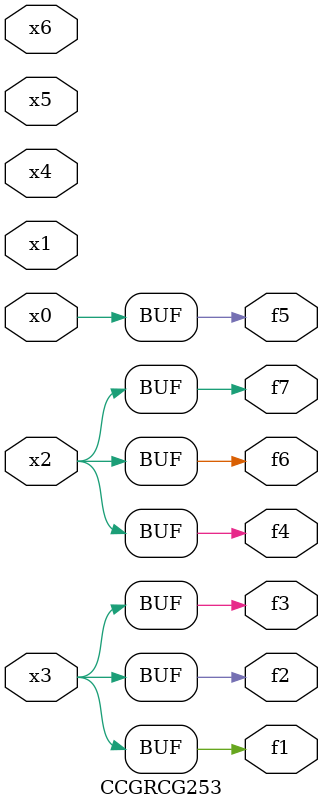
<source format=v>
module CCGRCG253(
	input x0, x1, x2, x3, x4, x5, x6,
	output f1, f2, f3, f4, f5, f6, f7
);
	assign f1 = x3;
	assign f2 = x3;
	assign f3 = x3;
	assign f4 = x2;
	assign f5 = x0;
	assign f6 = x2;
	assign f7 = x2;
endmodule

</source>
